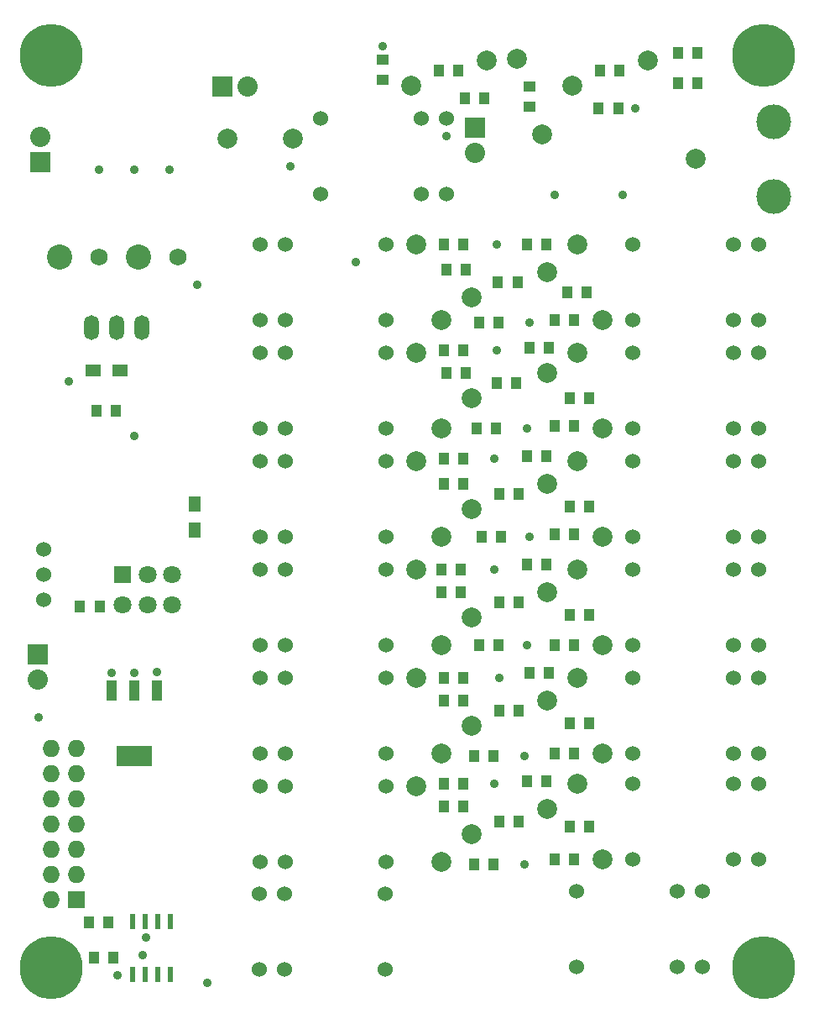
<source format=gts>
G04 #@! TF.FileFunction,Soldermask,Top*
%FSLAX46Y46*%
G04 Gerber Fmt 4.6, Leading zero omitted, Abs format (unit mm)*
G04 Created by KiCad (PCBNEW 4.0.1-stable) date 10/02/2016 08:24:28*
%MOMM*%
G01*
G04 APERTURE LIST*
%ADD10C,0.100000*%
%ADD11R,1.000000X1.250000*%
%ADD12R,1.250000X1.000000*%
%ADD13C,3.500000*%
%ADD14C,2.000000*%
%ADD15C,1.524000*%
%ADD16C,6.350000*%
%ADD17R,2.032000X2.032000*%
%ADD18O,2.032000X2.032000*%
%ADD19O,1.501140X2.499360*%
%ADD20R,1.500000X1.300000*%
%ADD21C,2.540000*%
%ADD22C,1.727200*%
%ADD23C,1.998980*%
%ADD24R,1.300000X1.500000*%
%ADD25R,0.600000X1.550000*%
%ADD26R,3.657600X2.032000*%
%ADD27R,1.016000X2.032000*%
%ADD28R,1.800000X1.800000*%
%ADD29C,1.800000*%
%ADD30R,1.727200X1.727200*%
%ADD31O,1.727200X1.727200*%
%ADD32C,0.889000*%
G04 APERTURE END LIST*
D10*
D11*
X182388000Y-38862000D03*
X184388000Y-38862000D03*
X174514000Y-40640000D03*
X176514000Y-40640000D03*
D12*
X167449500Y-42243500D03*
X167449500Y-44243500D03*
D11*
X162861500Y-43434000D03*
X160861500Y-43434000D03*
X123460000Y-130048000D03*
X125460000Y-130048000D03*
X125714000Y-74930000D03*
X123714000Y-74930000D03*
X158766000Y-58166000D03*
X160766000Y-58166000D03*
D13*
X192024000Y-53330000D03*
X192024000Y-45730000D03*
D14*
X184224000Y-49530000D03*
D15*
X118364000Y-91440000D03*
X118364000Y-93980000D03*
X118364000Y-88900000D03*
D11*
X158766000Y-112522000D03*
X160766000Y-112522000D03*
X161020000Y-71120000D03*
X159020000Y-71120000D03*
X160766000Y-82296000D03*
X158766000Y-82296000D03*
X160512000Y-93218000D03*
X158512000Y-93218000D03*
X160766000Y-104140000D03*
X158766000Y-104140000D03*
D16*
X191008000Y-39116000D03*
X119126000Y-39116000D03*
X191008000Y-131064000D03*
X119126000Y-131064000D03*
D11*
X184388000Y-41910000D03*
X182388000Y-41910000D03*
D17*
X117792500Y-99441000D03*
D18*
X117792500Y-101981000D03*
D11*
X158766000Y-79756000D03*
X160766000Y-79756000D03*
X158512000Y-90932000D03*
X160512000Y-90932000D03*
X158766000Y-101854000D03*
X160766000Y-101854000D03*
X161020000Y-60706000D03*
X159020000Y-60706000D03*
X160766000Y-114808000D03*
X158766000Y-114808000D03*
X162322000Y-66040000D03*
X164322000Y-66040000D03*
X174387000Y-44450000D03*
X176387000Y-44450000D03*
X158766000Y-68834000D03*
X160766000Y-68834000D03*
X162068000Y-76708000D03*
X164068000Y-76708000D03*
X162576000Y-87630000D03*
X164576000Y-87630000D03*
X162322000Y-98552000D03*
X164322000Y-98552000D03*
X161814000Y-109728000D03*
X163814000Y-109728000D03*
X161814000Y-120650000D03*
X163814000Y-120650000D03*
X166227000Y-61976000D03*
X164227000Y-61976000D03*
X166100000Y-72136000D03*
X164100000Y-72136000D03*
X166354000Y-83312000D03*
X164354000Y-83312000D03*
X166354000Y-94234000D03*
X164354000Y-94234000D03*
X166354000Y-105156000D03*
X164354000Y-105156000D03*
X166354000Y-116332000D03*
X164354000Y-116332000D03*
X169148000Y-58166000D03*
X167148000Y-58166000D03*
X169402000Y-68580000D03*
X167402000Y-68580000D03*
X169148000Y-79502000D03*
X167148000Y-79502000D03*
X169148000Y-90424000D03*
X167148000Y-90424000D03*
X169402000Y-101346000D03*
X167402000Y-101346000D03*
X169148000Y-112268000D03*
X167148000Y-112268000D03*
X173212000Y-62992000D03*
X171212000Y-62992000D03*
X173466000Y-73660000D03*
X171466000Y-73660000D03*
X173466000Y-84582000D03*
X171466000Y-84582000D03*
X173466000Y-95504000D03*
X171466000Y-95504000D03*
X173466000Y-106426000D03*
X171466000Y-106426000D03*
X173466000Y-116840000D03*
X171466000Y-116840000D03*
X171942000Y-65786000D03*
X169942000Y-65786000D03*
X171942000Y-76454000D03*
X169942000Y-76454000D03*
X171942000Y-87376000D03*
X169942000Y-87376000D03*
X171942000Y-98552000D03*
X169942000Y-98552000D03*
X171942000Y-109474000D03*
X169942000Y-109474000D03*
X171942000Y-120142000D03*
X169942000Y-120142000D03*
D15*
X159004000Y-45466000D03*
X156464000Y-45466000D03*
X146304000Y-45466000D03*
X146304000Y-53086000D03*
X159004000Y-53086000D03*
X156464000Y-53086000D03*
X140208000Y-65786000D03*
X142748000Y-65786000D03*
X152908000Y-65786000D03*
X152908000Y-58166000D03*
X140208000Y-58166000D03*
X142748000Y-58166000D03*
X140208000Y-76708000D03*
X142748000Y-76708000D03*
X152908000Y-76708000D03*
X152908000Y-69088000D03*
X140208000Y-69088000D03*
X142748000Y-69088000D03*
X140208000Y-87630000D03*
X142748000Y-87630000D03*
X152908000Y-87630000D03*
X152908000Y-80010000D03*
X140208000Y-80010000D03*
X142748000Y-80010000D03*
X140208000Y-98552000D03*
X142748000Y-98552000D03*
X152908000Y-98552000D03*
X152908000Y-90932000D03*
X140208000Y-90932000D03*
X142748000Y-90932000D03*
X140208000Y-109474000D03*
X142748000Y-109474000D03*
X152908000Y-109474000D03*
X152908000Y-101854000D03*
X140208000Y-101854000D03*
X142748000Y-101854000D03*
X140208000Y-120396000D03*
X142748000Y-120396000D03*
X152908000Y-120396000D03*
X152908000Y-112776000D03*
X140208000Y-112776000D03*
X142748000Y-112776000D03*
X140144500Y-131191000D03*
X142684500Y-131191000D03*
X152844500Y-131191000D03*
X152844500Y-123571000D03*
X140144500Y-123571000D03*
X142684500Y-123571000D03*
X190500000Y-58166000D03*
X187960000Y-58166000D03*
X177800000Y-58166000D03*
X177800000Y-65786000D03*
X190500000Y-65786000D03*
X187960000Y-65786000D03*
X190500000Y-69088000D03*
X187960000Y-69088000D03*
X177800000Y-69088000D03*
X177800000Y-76708000D03*
X190500000Y-76708000D03*
X187960000Y-76708000D03*
X190500000Y-80010000D03*
X187960000Y-80010000D03*
X177800000Y-80010000D03*
X177800000Y-87630000D03*
X190500000Y-87630000D03*
X187960000Y-87630000D03*
X190500000Y-90932000D03*
X187960000Y-90932000D03*
X177800000Y-90932000D03*
X177800000Y-98552000D03*
X190500000Y-98552000D03*
X187960000Y-98552000D03*
X190500000Y-101854000D03*
X187960000Y-101854000D03*
X177800000Y-101854000D03*
X177800000Y-109474000D03*
X190500000Y-109474000D03*
X187960000Y-109474000D03*
X190500000Y-112522000D03*
X187960000Y-112522000D03*
X177800000Y-112522000D03*
X177800000Y-120142000D03*
X190500000Y-120142000D03*
X187960000Y-120142000D03*
D17*
X118046500Y-49847500D03*
D18*
X118046500Y-47307500D03*
D17*
X136461500Y-42227500D03*
D18*
X139001500Y-42227500D03*
D19*
X125730000Y-66548000D03*
X128270000Y-66548000D03*
X123190000Y-66548000D03*
D20*
X123364000Y-70866000D03*
X126064000Y-70866000D03*
D21*
X119984000Y-59436000D03*
D22*
X123984000Y-59436000D03*
D21*
X127984000Y-59436000D03*
D22*
X131984000Y-59436000D03*
D23*
X179324000Y-39624000D03*
X171704000Y-42164000D03*
X168719500Y-47053500D03*
X166179500Y-39433500D03*
X155956000Y-58166000D03*
X158496000Y-65786000D03*
X155956000Y-69088000D03*
X158496000Y-76708000D03*
X155956000Y-80010000D03*
X158496000Y-87630000D03*
X155956000Y-90932000D03*
X158496000Y-98552000D03*
X155956000Y-101854000D03*
X158496000Y-109474000D03*
X155956000Y-112776000D03*
X158496000Y-120396000D03*
X161544000Y-63500000D03*
X169164000Y-60960000D03*
X161544000Y-73660000D03*
X169164000Y-71120000D03*
X161544000Y-84836000D03*
X169164000Y-82296000D03*
X161544000Y-95758000D03*
X169164000Y-93218000D03*
X161544000Y-106680000D03*
X169164000Y-104140000D03*
X161544000Y-117602000D03*
X169164000Y-115062000D03*
X172212000Y-58166000D03*
X174752000Y-65786000D03*
X172212000Y-69088000D03*
X174752000Y-76708000D03*
X172212000Y-80010000D03*
X174752000Y-87630000D03*
X172212000Y-90932000D03*
X174752000Y-98552000D03*
X172212000Y-101854000D03*
X174752000Y-109474000D03*
X172212000Y-112522000D03*
X174752000Y-120142000D03*
D11*
X158258000Y-40640000D03*
X160258000Y-40640000D03*
D12*
X152590500Y-41513000D03*
X152590500Y-39513000D03*
D23*
X143507460Y-47498000D03*
X136908540Y-47498000D03*
X163068000Y-39624000D03*
X155448000Y-42164000D03*
D24*
X133604000Y-84248000D03*
X133604000Y-86948000D03*
D11*
X122952000Y-126492000D03*
X124952000Y-126492000D03*
D15*
X184848500Y-123317000D03*
X182308500Y-123317000D03*
X172148500Y-123317000D03*
X172148500Y-130937000D03*
X184848500Y-130937000D03*
X182308500Y-130937000D03*
D25*
X127381000Y-131732000D03*
X128651000Y-131732000D03*
X129921000Y-131732000D03*
X131191000Y-131732000D03*
X131191000Y-126332000D03*
X129921000Y-126332000D03*
X128651000Y-126332000D03*
X127381000Y-126332000D03*
D11*
X122063000Y-94615000D03*
X124063000Y-94615000D03*
D26*
X127508000Y-109728000D03*
D27*
X127508000Y-103124000D03*
X125222000Y-103124000D03*
X129794000Y-103124000D03*
D28*
X126365000Y-91440000D03*
D29*
X128865000Y-91440000D03*
X126365000Y-94440000D03*
X131365000Y-91440000D03*
X131365000Y-94440000D03*
X128865000Y-94440000D03*
D17*
X161925000Y-46355000D03*
D18*
X161925000Y-48895000D03*
D30*
X121666000Y-124206000D03*
D31*
X119126000Y-124206000D03*
X121666000Y-121666000D03*
X119126000Y-121666000D03*
X121666000Y-119126000D03*
X119126000Y-119126000D03*
X121666000Y-116586000D03*
X119126000Y-116586000D03*
X121666000Y-114046000D03*
X119126000Y-114046000D03*
X121666000Y-111506000D03*
X119126000Y-111506000D03*
X121666000Y-108966000D03*
X119126000Y-108966000D03*
D32*
X169989500Y-53149500D03*
X152590500Y-38163500D03*
X178117500Y-44450000D03*
X134937500Y-132524500D03*
X159004000Y-47244000D03*
X127508000Y-77470000D03*
X133858000Y-62230000D03*
X131064000Y-50562000D03*
X127508000Y-50562000D03*
X123952000Y-50562000D03*
X164084000Y-58166000D03*
X167386000Y-66040000D03*
X167132000Y-76708000D03*
X163830000Y-79756000D03*
X164084000Y-68834000D03*
X167386000Y-87630000D03*
X163830000Y-90932000D03*
X167132000Y-98552000D03*
X164338000Y-101854000D03*
X166878000Y-109728000D03*
X163830000Y-112522000D03*
X166878000Y-120650000D03*
X143256000Y-50292000D03*
X176784000Y-53166000D03*
X149860000Y-59944000D03*
X117919500Y-105791000D03*
X125857000Y-131826000D03*
X128397000Y-129794000D03*
X120904000Y-71962000D03*
X125222000Y-101346000D03*
X127508000Y-101346000D03*
X129794000Y-101219000D03*
X128714500Y-128016000D03*
M02*

</source>
